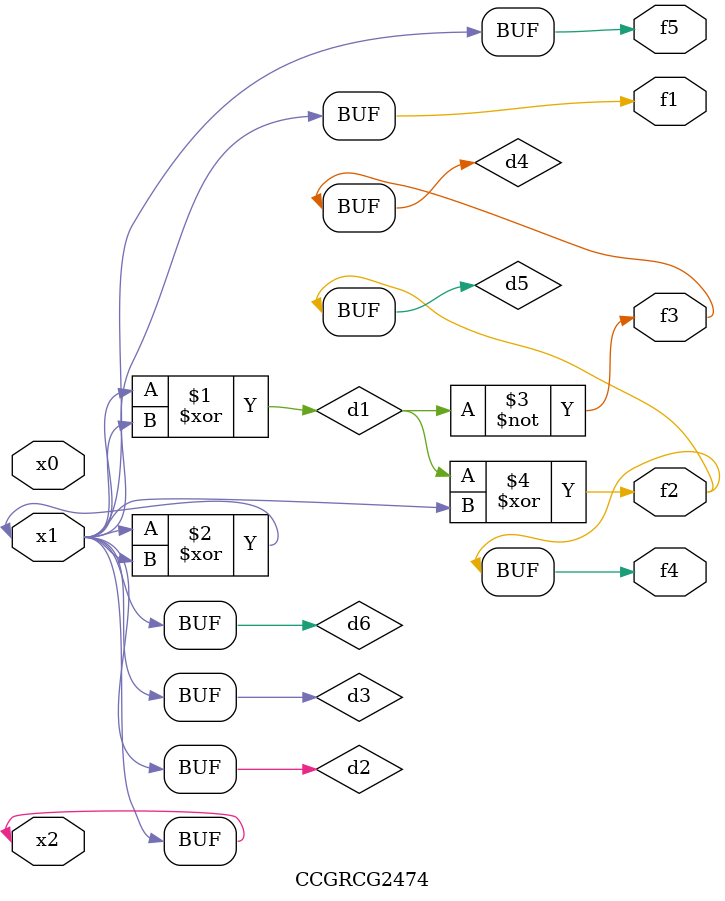
<source format=v>
module CCGRCG2474(
	input x0, x1, x2,
	output f1, f2, f3, f4, f5
);

	wire d1, d2, d3, d4, d5, d6;

	xor (d1, x1, x2);
	buf (d2, x1, x2);
	xor (d3, x1, x2);
	nor (d4, d1);
	xor (d5, d1, d2);
	buf (d6, d2, d3);
	assign f1 = d6;
	assign f2 = d5;
	assign f3 = d4;
	assign f4 = d5;
	assign f5 = d6;
endmodule

</source>
